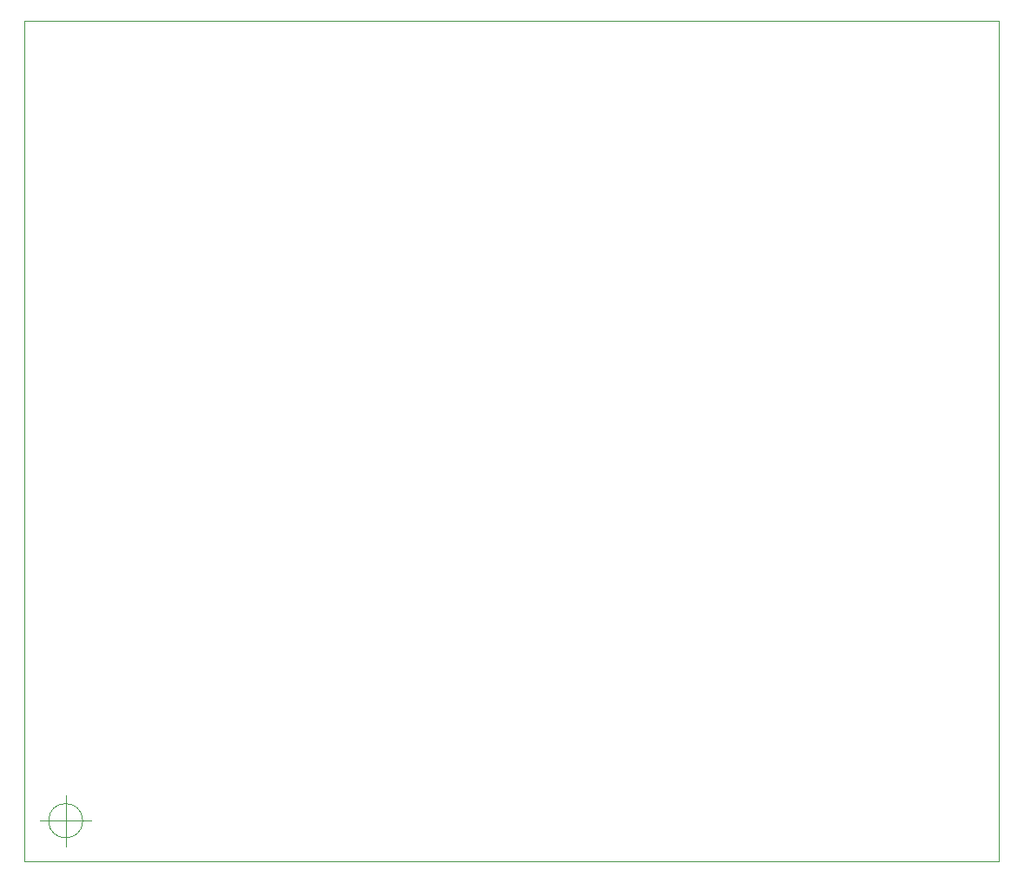
<source format=gbr>
%TF.GenerationSoftware,KiCad,Pcbnew,6.0.6-3a73a75311~116~ubuntu20.04.1*%
%TF.CreationDate,2022-07-30T07:06:59+01:00*%
%TF.ProjectId,blanking_board,626c616e-6b69-46e6-975f-626f6172642e,rev?*%
%TF.SameCoordinates,Original*%
%TF.FileFunction,Profile,NP*%
%FSLAX46Y46*%
G04 Gerber Fmt 4.6, Leading zero omitted, Abs format (unit mm)*
G04 Created by KiCad (PCBNEW 6.0.6-3a73a75311~116~ubuntu20.04.1) date 2022-07-30 07:06:59*
%MOMM*%
%LPD*%
G01*
G04 APERTURE LIST*
%TA.AperFunction,Profile*%
%ADD10C,0.050000*%
%TD*%
G04 APERTURE END LIST*
D10*
X98000000Y-129000000D02*
X98000000Y-47000000D01*
X193000000Y-129000000D02*
X98000000Y-129000000D01*
X98000000Y-47000000D02*
X192000000Y-47000000D01*
X193000000Y-47000000D02*
X193000000Y-129000000D01*
X192000000Y-47000000D02*
X193000000Y-47000000D01*
X103666666Y-125000000D02*
G75*
G03*
X103666666Y-125000000I-1666666J0D01*
G01*
X99500000Y-125000000D02*
X104500000Y-125000000D01*
X102000000Y-122500000D02*
X102000000Y-127500000D01*
M02*

</source>
